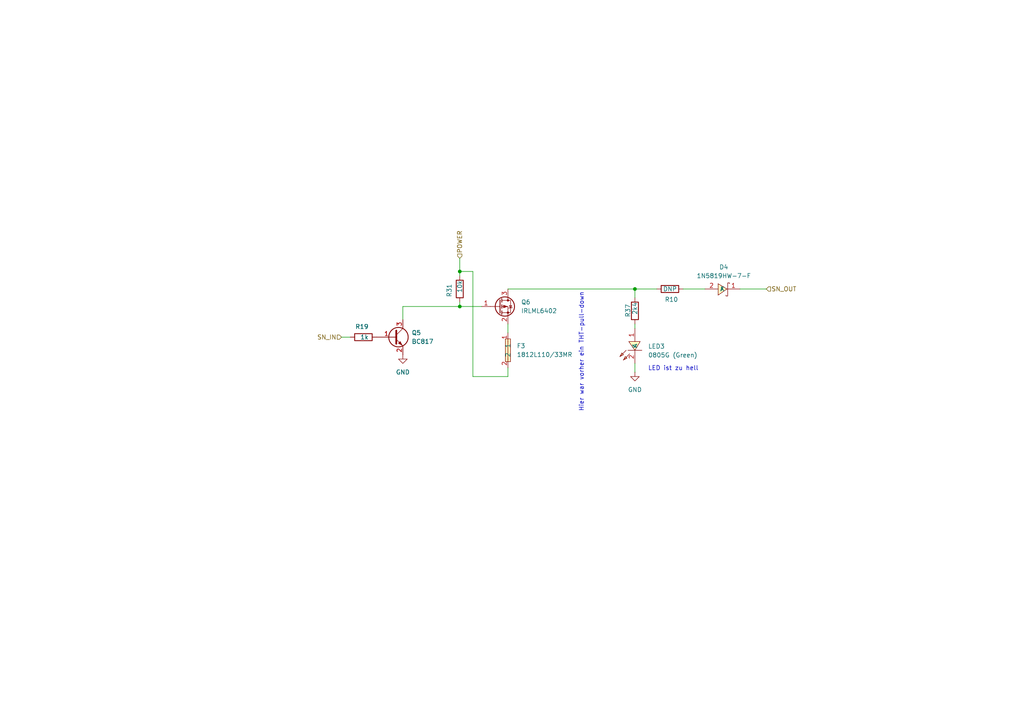
<source format=kicad_sch>
(kicad_sch (version 20250114) (generator "eeschema") (generator_version "9.0")
  (paper "A4")
  (lib_symbols
    (symbol "Device:R" (pin_numbers (hide yes)) (pin_names (offset 0))
      (property "Reference" "R" (at 2.032 0 90))
      (property "Value" "R" (at 0 0 90))
      (symbol "R_0_1"
        (rectangle (start -1.016 -2.54) (end 1.016 2.54) (stroke (width 0.254)))
      )
      (symbol "R_1_1"
        (pin passive line (at 0 3.81 270) (length 1.27) (name "~") (number "1"))
        (pin passive line (at 0 -3.81 90) (length 1.27) (name "~") (number "2"))
      )
    )
    (symbol "GND_1" (power) (pin_numbers (hide yes)) (pin_names (offset 0) (hide yes))
      (property "Value" "GND" (at 0 -3.81 0))
      (symbol "GND_1_0_1"
        (polyline (pts (xy 0 0) (xy 0 -1.27) (xy 1.27 -1.27) (xy 0 -2.54) (xy -1.27 -1.27) (xy 0 -1.27)))
      )
      (symbol "GND_1_1_1"
        (pin power_in line (at 0 0 270) (length 0) (name "~") (number "1"))
      )
    )
    (symbol "Transistor_BJT:BC817" (pin_names (offset 0) (hide yes))
      (property "Reference" "Q" (at 5.08 1.905 0))
      (property "Value" "BC817" (at 5.08 0 0))
      (symbol "BC817_0_1"
        (polyline (pts (xy 0.635 1.905) (xy 0.635 -1.905) (xy 0.635 -1.905)) (stroke (width 0.508)))
        (polyline (pts (xy 0.635 0.635) (xy 2.54 2.54)))
        (polyline (pts (xy 0.635 -0.635) (xy 2.54 -2.54) (xy 2.54 -2.54)))
        (circle (center 1.27 0) (radius 2.8194) (stroke (width 0.254)))
        (polyline (pts (xy 1.27 -1.778) (xy 1.778 -1.27) (xy 2.286 -2.286) (xy 1.27 -1.778) (xy 1.27 -1.778)) (fill (type outline)))
      )
      (symbol "BC817_1_1"
        (pin input line (at -5.08 0 0) (length 5.715) (name "B") (number "1"))
        (pin passive line (at 2.54 5.08 270) (length 2.54) (name "C") (number "3"))
        (pin passive line (at 2.54 -5.08 90) (length 2.54) (name "E") (number "2"))
      )
    )
    (symbol "Transistor_FET:IRLML6402" (pin_names (hide yes))
      (property "Reference" "Q" (at 5.08 1.905 0))
      (property "Value" "IRLML6402" (at 5.08 0 0))
      (symbol "IRLML6402_0_1"
        (polyline (pts (xy 0.254 1.905) (xy 0.254 -1.905)) (stroke (width 0.254)))
        (polyline (pts (xy 0.254 0) (xy -2.54 0)))
        (polyline (pts (xy 0.762 2.286) (xy 0.762 1.27)) (stroke (width 0.254)))
        (polyline (pts (xy 0.762 1.778) (xy 3.302 1.778) (xy 3.302 -1.778) (xy 0.762 -1.778)))
        (polyline (pts (xy 0.762 0.508) (xy 0.762 -0.508)) (stroke (width 0.254)))
        (polyline (pts (xy 0.762 -1.27) (xy 0.762 -2.286)) (stroke (width 0.254)))
        (circle (center 1.651 0) (radius 2.794) (stroke (width 0.254)))
        (polyline (pts (xy 2.286 0) (xy 1.27 0.381) (xy 1.27 -0.381) (xy 2.286 0)) (fill (type outline)))
        (polyline (pts (xy 2.54 2.54) (xy 2.54 1.778)))
        (circle (center 2.54 1.778) (radius 0.254) (fill (type outline)))
        (circle (center 2.54 -1.778) (radius 0.254) (fill (type outline)))
        (polyline (pts (xy 2.54 -2.54) (xy 2.54 0) (xy 0.762 0)))
        (polyline (pts (xy 2.794 -0.508) (xy 2.921 -0.381) (xy 3.683 -0.381) (xy 3.81 -0.254)))
        (polyline (pts (xy 3.302 -0.381) (xy 2.921 0.254) (xy 3.683 0.254) (xy 3.302 -0.381)))
      )
      (symbol "IRLML6402_1_1"
        (pin input line (at -5.08 0 0) (length 2.54) (name "G") (number "1"))
        (pin passive line (at 2.54 5.08 270) (length 2.54) (name "D") (number "3"))
        (pin passive line (at 2.54 -5.08 90) (length 2.54) (name "S") (number "2"))
      )
    )
    (symbol "lcsc:0805G(Green)"
      (property "Reference" "LED" (at 0 5.08 0))
      (property "Value" "0805G (Green)" (at 0 -5.08 0))
      (symbol "0805G(Green)_0_1"
        (polyline (pts (xy -4.06 3.3) (xy -3.05 2.79) (xy -3.56 2.29) (xy -4.06 3.3)) (fill (type background)))
        (polyline (pts (xy -3.05 4.32) (xy -2.03 3.81) (xy -2.54 3.3) (xy -3.05 4.32)) (fill (type background)))
        (polyline (pts (xy -2.29 1.52) (xy -4.06 3.3)))
        (polyline (pts (xy -1.27 2.54) (xy -3.05 4.32)))
        (polyline (pts (xy -1.27 2.03) (xy -1.27 -2.03)))
        (polyline (pts (xy 1.27 -1.52) (xy -1.27 0) (xy 1.27 1.78) (xy 1.27 -1.52)) (fill (type background)))
        (pin unspecified line (at -5.08 0 0) (length 3.81) (name "K") (number "2"))
        (pin unspecified line (at 5.08 0 180) (length 3.81) (name "A") (number "1"))
      )
    )
    (symbol "lcsc:1812L110_33MR"
      (property "Reference" "F" (at 0 5.08 0))
      (property "Value" "1812L110/33MR" (at 0 -5.08 0))
      (symbol "1812L110_33MR_0_1"
        (rectangle (start -3.3 0.76) (end 3.3 -0.76) (fill (type background)))
        (polyline (pts (xy -2.54 0) (xy 2.54 0)))
        (pin unspecified line (at -5.08 0 0) (length 2.54) (name "1") (number "1"))
        (pin unspecified line (at 5.08 0 180) (length 2.54) (name "2") (number "2"))
      )
    )
    (symbol "lcsc:1N5819HW-7-F"
      (property "Reference" "D" (at 0 5.08 0))
      (property "Value" "1N5819HW-7-F" (at 0 -5.08 0))
      (symbol "1N5819HW-7-F_0_1"
        (polyline (pts (xy -2.03 -1.52) (xy -2.03 -1.78) (xy -1.52 -1.78) (xy -1.52 2.03) (xy -1.02 2.03) (xy -1.02 1.78)))
        (polyline (pts (xy 1.27 -1.52) (xy -1.27 0) (xy 1.27 1.78) (xy 1.27 -1.52)) (fill (type background)))
        (pin unspecified line (at -5.08 0 0) (length 3.81) (name "K") (number "1"))
        (pin unspecified line (at 5.08 0 180) (length 3.81) (name "A") (number "2"))
      )
    )
  )
  (text "LED ist zu hell" (at 187.96 106.934 0) (effects (font (size 1.27 1.27)) (justify left)))
  (text "Hier war vorher ein THT-pull-down" (at 168.656 102.108 90) (effects (font (size 1.27 1.27))))
  (junction (at 133.35 78.74))
  (junction (at 184.15 83.82))
  (junction (at 133.35 88.9))
  (wire (pts (xy 116.84 88.9) (xy 133.35 88.9)))
  (wire (pts (xy 184.15 95.25) (xy 184.15 93.98)))
  (wire (pts (xy 147.32 93.98) (xy 147.32 96.52)))
  (wire (pts (xy 198.12 83.82) (xy 204.47 83.82)))
  (wire (pts (xy 184.15 83.82) (xy 190.5 83.82)))
  (wire (pts (xy 133.35 88.9) (xy 139.7 88.9)))
  (wire (pts (xy 214.63 83.82) (xy 222.25 83.82)))
  (wire (pts (xy 147.32 83.82) (xy 184.15 83.82)))
  (wire (pts (xy 99.06 97.79) (xy 101.6 97.79)))
  (wire (pts (xy 137.16 109.22) (xy 147.32 109.22)))
  (wire (pts (xy 133.35 74.93) (xy 133.35 78.74)))
  (wire (pts (xy 184.15 107.95) (xy 184.15 105.41)))
  (wire (pts (xy 184.15 86.36) (xy 184.15 83.82)))
  (wire (pts (xy 133.35 87.63) (xy 133.35 88.9)))
  (wire (pts (xy 137.16 78.74) (xy 133.35 78.74)))
  (wire (pts (xy 137.16 109.22) (xy 137.16 78.74)))
  (wire (pts (xy 133.35 78.74) (xy 133.35 80.01)))
  (wire (pts (xy 116.84 92.71) (xy 116.84 88.9)))
  (wire (pts (xy 147.32 106.68) (xy 147.32 109.22)))
  (hierarchical_label "SN_OUT" (shape input) (at 222.25 83.82 0))
  (hierarchical_label "SN_IN" (shape input) (at 99.06 97.79 180))
  (hierarchical_label "POWER" (shape input) (at 133.35 74.93 90))
  (symbol (lib_id "Device:R") (at 184.15 90.17 180) (unit 1)
    (property "Reference" "R13" (at 182.118 88.138 90) (effects (justify left)))
    (property "Value" "2k4" (at 184.15 87.63 90) (effects (justify left)))
    (property "Footprint" "Resistor_SMD:R_0603_1608Metric" (effects (hide yes)))
    (instances (project "espio" (path "" (reference "R37") (unit 1)) (path "" (reference "R38") (unit 1)) (path "" (reference "R16") (unit 1)) (path "" (reference "R13") (unit 1))))
  )
  (symbol (lib_id "Device:R") (at 194.31 83.82 270) (unit 1)
    (property "Reference" "R8" (at 192.786 86.868 90) (effects (justify left)))
    (property "Value" "DNP" (at 192.278 83.82 90) (effects (justify left)))
    (property "Footprint" "Resistor_THT:R_Axial_DIN0207_L6.3mm_D2.5mm_P7.62mm_Horizontal" (effects (hide yes)))
    (instances (project "espio" (path "" (reference "R10") (unit 1)) (path "" (reference "R11") (unit 1)) (path "" (reference "R9") (unit 1)) (path "" (reference "R8") (unit 1))))
  )
  (symbol (lib_name "GND_1") (lib_id "power:GND") (at 184.15 107.95 0) (unit 1)
    (property "Reference" "#PWR020" (effects (hide yes)))
    (property "Value" "GND" (at 184.15 113.03 0))
    (property "Description" "Power symbol creates a global label with name \"GND\" , ground" (effects (hide yes)))
    (instances (project "espio" (path "" (reference "#PWR022") (unit 1)) (path "" (reference "#PWR023") (unit 1)) (path "" (reference "#PWR021") (unit 1)) (path "" (reference "#PWR020") (unit 1))))
  )
  (symbol (lib_id "Transistor_BJT:BC817") (at 114.3 97.79 0) (unit 1)
    (property "Reference" "Q1" (at 119.38 96.5199 0) (effects (justify left)))
    (property "Value" "BC817" (at 119.38 99.0599 0) (effects (justify left)))
    (property "Footprint" "Package_TO_SOT_SMD:SOT-23" (effects (hide yes)))
    (property "Datasheet" "https://www.onsemi.com/pub/Collateral/BC818-D.pdf" (effects (hide yes)))
    (property "Description" "0.8A Ic, 45V Vce, NPN Transistor, SOT-23" (effects (hide yes)))
    (instances (project "espio" (path "" (reference "Q5") (unit 1)) (path "" (reference "Q7") (unit 1)) (path "" (reference "Q3") (unit 1)) (path "" (reference "Q1") (unit 1))))
  )
  (symbol (lib_name "GND_1") (lib_id "power:GND") (at 116.84 102.87 0) (unit 1)
    (property "Reference" "#PWR01" (effects (hide yes)))
    (property "Value" "GND" (at 116.84 107.95 0))
    (property "Description" "Power symbol creates a global label with name \"GND\" , ground" (effects (hide yes)))
    (instances (project "espio" (path "" (reference "#PWR05") (unit 1)) (path "" (reference "#PWR07") (unit 1)) (path "" (reference "#PWR03") (unit 1)) (path "" (reference "#PWR01") (unit 1))))
  )
  (symbol (lib_id "Transistor_FET:IRLML6402") (at 144.78 88.9 0) (unit 1)
    (property "Reference" "Q2" (at 151.13 87.6299 0) (effects (justify left)))
    (property "Value" "IRLML6402" (at 151.13 90.1699 0) (effects (justify left)))
    (property "Footprint" "Package_TO_SOT_SMD:SOT-23" (effects (hide yes)))
    (property "Datasheet" "https://www.infineon.com/dgdl/irlml6402pbf.pdf?fileId=5546d462533600a401535668d5c2263c" (effects (hide yes)))
    (property "Description" "-3.7A Id, -20V Vds, 65mOhm Rds, P-Channel HEXFET Power MOSFET, SOT-23" (effects (hide yes)))
    (instances (project "espio" (path "" (reference "Q6") (unit 1)) (path "" (reference "Q8") (unit 1)) (path "" (reference "Q4") (unit 1)) (path "" (reference "Q2") (unit 1))))
  )
  (symbol (lib_id "lcsc:1N5819HW-7-F") (at 209.55 83.82 180) (unit 1)
    (property "Reference" "D1" (at 209.93 77.47 0))
    (property "Value" "1N5819HW-7-F" (at 209.93 80.01 0))
    (property "Footprint" "lcsc:SOD-123_L2.7-W1.6-LS3.7-RD" (effects (hide yes)))
    (property "Datasheet" "https://lcsc.com/product-detail/Schottky-Barrier-Diodes-SBD_DIODES_1N5819HW-7-F_1N5819HW-7-F_C82544.html" (effects (hide yes)))
    (property "LCSC Part" "C82544" (effects (hide yes)))
    (instances (project "" (path "" (reference "D4") (unit 1)) (path "" (reference "D5") (unit 1)) (path "" (reference "D3") (unit 1)) (path "" (reference "D1") (unit 1))))
  )
  (symbol (lib_id "Device:R") (at 105.41 97.79 90) (unit 1)
    (property "Reference" "R1" (at 106.934 94.742 90) (effects (justify left)))
    (property "Value" "1k" (at 106.934 97.79 90) (effects (justify left)))
    (property "Footprint" "Resistor_SMD:R_0603_1608Metric" (effects (hide yes)))
    (instances (project "espio" (path "" (reference "R19") (unit 1)) (path "" (reference "R20") (unit 1)) (path "" (reference "R18") (unit 1)) (path "" (reference "R1") (unit 1))))
  )
  (symbol (lib_id "lcsc:1812L110_33MR") (at 147.32 101.6 270) (unit 1)
    (property "Reference" "F1" (at 149.86 100.3299 90) (effects (justify left)))
    (property "Value" "1812L110/33MR" (at 149.86 102.8699 90) (effects (justify left)))
    (property "Footprint" "lcsc:F1812" (effects (hide yes)))
    (property "Datasheet" "https://lcsc.com/product-detail/Surface-Mount-Fuses_Littelfuse_1812L110-33MR_1-1A-33V-Self-recovery_C142747.html" (effects (hide yes)))
    (property "LCSC Part" "C142747" (effects (hide yes)))
    (instances (project "" (path "" (reference "F3") (unit 1)) (path "" (reference "F4") (unit 1)) (path "" (reference "F2") (unit 1)) (path "" (reference "F1") (unit 1))))
  )
  (symbol (lib_id "lcsc:0805G(Green)") (at 184.15 100.33 90) (unit 1)
    (property "Reference" "LED1" (at 187.96 100.4549 90) (effects (justify right)))
    (property "Value" "0805G (Green)" (at 187.96 102.9949 90) (effects (justify right)))
    (property "Footprint" "lcsc:LED0805-R-RD" (effects (hide yes)))
    (property "Datasheet" "https://lcsc.com/product-detail/Light-Emitting-Diodes-LED_Green-0805-Highlighted_C2297.html" (effects (hide yes)))
    (property "LCSC Part" "C2297" (effects (hide yes)))
    (instances (project "" (path "" (reference "LED3") (unit 1)) (path "" (reference "LED4") (unit 1)) (path "" (reference "LED2") (unit 1)) (path "" (reference "LED1") (unit 1))))
  )
  (symbol (lib_id "Device:R") (at 133.35 83.82 180) (unit 1)
    (property "Reference" "R29" (at 130.302 82.296 90) (effects (justify left)))
    (property "Value" "10k" (at 133.35 81.28 90) (effects (justify left)))
    (property "Footprint" "Resistor_SMD:R_0603_1608Metric" (effects (hide yes)))
    (instances (project "espio" (path "" (reference "R31") (unit 1)) (path "" (reference "R32") (unit 1)) (path "" (reference "R30") (unit 1)) (path "" (reference "R29") (unit 1))))
  )
)
</source>
